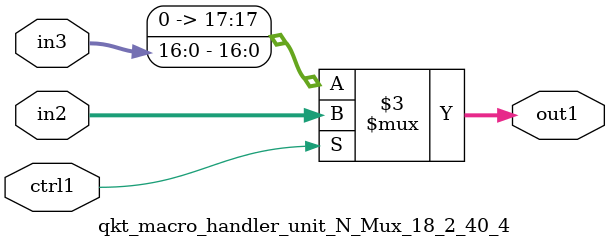
<source format=v>

`timescale 1ps / 1ps


module qkt_macro_handler_unit_N_Mux_18_2_40_4( in3, in2, ctrl1, out1 );

    input [16:0] in3;
    input [17:0] in2;
    input ctrl1;
    output [17:0] out1;
    reg [17:0] out1;

    
    // rtl_process:qkt_macro_handler_unit_N_Mux_18_2_40_4/qkt_macro_handler_unit_N_Mux_18_2_40_4_thread_1
    always @*
      begin : qkt_macro_handler_unit_N_Mux_18_2_40_4_thread_1
        case (ctrl1) 
          1'b1: 
            begin
              out1 = in2;
            end
          default: 
            begin
              out1 = {1'b0, in3};
            end
        endcase
      end

endmodule



</source>
